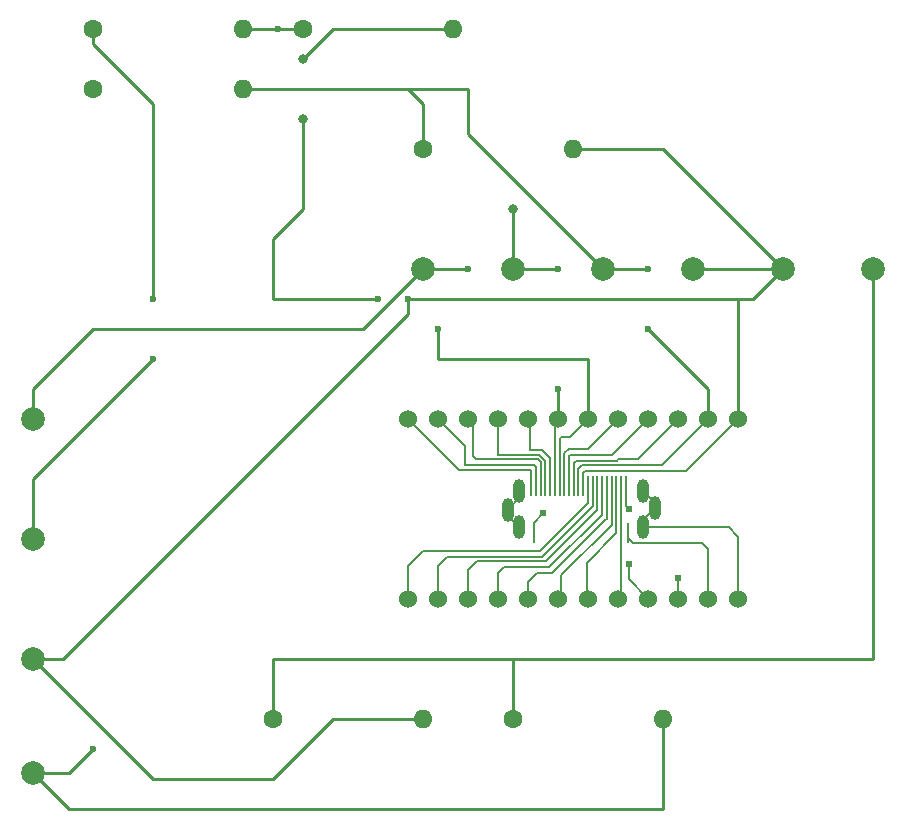
<source format=gbr>
%TF.GenerationSoftware,KiCad,Pcbnew,(7.0.0)*%
%TF.CreationDate,2023-08-10T15:18:18+02:00*%
%TF.ProjectId,JIG_MULTI,4a49475f-4d55-44c5-9449-2e6b69636164,rev?*%
%TF.SameCoordinates,Original*%
%TF.FileFunction,Copper,L1,Top*%
%TF.FilePolarity,Positive*%
%FSLAX46Y46*%
G04 Gerber Fmt 4.6, Leading zero omitted, Abs format (unit mm)*
G04 Created by KiCad (PCBNEW (7.0.0)) date 2023-08-10 15:18:18*
%MOMM*%
%LPD*%
G01*
G04 APERTURE LIST*
%TA.AperFunction,NonConductor*%
%ADD10C,0.250000*%
%TD*%
%TA.AperFunction,ComponentPad*%
%ADD11C,1.600000*%
%TD*%
%TA.AperFunction,ComponentPad*%
%ADD12O,1.600000X1.600000*%
%TD*%
%TA.AperFunction,SMDPad,CuDef*%
%ADD13C,2.000000*%
%TD*%
%TA.AperFunction,ComponentPad*%
%ADD14C,1.524000*%
%TD*%
%TA.AperFunction,SMDPad,CuDef*%
%ADD15R,0.200000X1.800000*%
%TD*%
%TA.AperFunction,ComponentPad*%
%ADD16O,1.000000X2.000000*%
%TD*%
%TA.AperFunction,ViaPad*%
%ADD17C,0.600000*%
%TD*%
%TA.AperFunction,ViaPad*%
%ADD18C,0.610000*%
%TD*%
%TA.AperFunction,ViaPad*%
%ADD19C,0.800000*%
%TD*%
%TA.AperFunction,Conductor*%
%ADD20C,0.250000*%
%TD*%
%TA.AperFunction,Conductor*%
%ADD21C,0.150000*%
%TD*%
G04 APERTURE END LIST*
D10*
X58420000Y-93980000D02*
X58420000Y-99060000D01*
X109220000Y-93980000D02*
X58420000Y-93980000D01*
X109220000Y-60960000D02*
X109220000Y-93980000D01*
D11*
%TO.P,R6,1*%
%TO.N,N/C*%
X78740000Y-99060000D03*
D12*
%TO.P,R6,2*%
X91439999Y-99059999D03*
%TD*%
D11*
%TO.P,R5,1*%
%TO.N,N/C*%
X58420000Y-99060000D03*
D12*
%TO.P,R5,2*%
X71119999Y-99059999D03*
%TD*%
D13*
%TO.P,ID,9*%
%TO.N,N/C*%
X109220000Y-60960000D03*
%TD*%
%TO.P,,4*%
%TO.N,N/C*%
X38100000Y-103637944D03*
%TD*%
%TO.P,,3*%
%TO.N,N/C*%
X38100000Y-93980000D03*
%TD*%
%TO.P,,2*%
%TO.N,N/C*%
X38100000Y-83820000D03*
%TD*%
%TO.P,,1*%
%TO.N,N/C*%
X38100000Y-73660000D03*
%TD*%
D14*
%TO.P,U2,1*%
%TO.N,N/C*%
X69850000Y-73660000D03*
%TO.P,U2,2*%
X72390000Y-73660000D03*
%TO.P,U2,3*%
X74930000Y-73660000D03*
%TO.P,U2,4*%
X77470000Y-73660000D03*
%TO.P,U2,5*%
X80010000Y-73660000D03*
%TO.P,U2,6*%
X82550000Y-73660000D03*
%TO.P,U2,7*%
X85090000Y-73660000D03*
%TO.P,U2,8*%
X87630000Y-73660000D03*
%TO.P,U2,9*%
X90170000Y-73660000D03*
%TO.P,U2,10*%
X92710000Y-73660000D03*
%TO.P,U2,11*%
X95250000Y-73660000D03*
%TO.P,U2,12*%
X97790000Y-73660000D03*
%TD*%
D15*
%TO.P,U1,1*%
%TO.N,N/C*%
X80247999Y-79355999D03*
%TO.P,U1,2*%
X80647999Y-79355999D03*
%TO.P,U1,3*%
X81047999Y-79355999D03*
%TO.P,U1,4*%
X81447999Y-79355999D03*
%TO.P,U1,5*%
X81847999Y-79355999D03*
%TO.P,U1,6*%
X82247999Y-79355999D03*
%TO.P,U1,7*%
X82647999Y-79355999D03*
%TO.P,U1,8*%
X83047999Y-79355999D03*
%TO.P,U1,9*%
X83447999Y-79355999D03*
%TO.P,U1,10*%
X83847999Y-79355999D03*
%TO.P,U1,11*%
X84247999Y-79355999D03*
%TO.P,U1,12*%
X84647999Y-79355999D03*
%TO.P,U1,13*%
X85047999Y-79355999D03*
%TO.P,U1,14*%
X85447999Y-79355999D03*
%TO.P,U1,15*%
X85847999Y-79355999D03*
%TO.P,U1,16*%
X86247999Y-79355999D03*
%TO.P,U1,17*%
X86647999Y-79355999D03*
%TO.P,U1,18*%
X87047999Y-79355999D03*
%TO.P,U1,19*%
X87447999Y-79355999D03*
%TO.P,U1,20*%
X87847999Y-79355999D03*
%TO.P,U1,21*%
X88247999Y-79355999D03*
%TO.P,U1,22*%
X80447999Y-83355999D03*
%TO.P,U1,23*%
X88447999Y-83355999D03*
D16*
%TO.P,U1,24*%
X79247999Y-79755999D03*
%TO.P,U1,25*%
X79247999Y-82855999D03*
%TO.P,U1,26*%
X78247999Y-81355999D03*
%TO.P,U1,27*%
X89747999Y-82855999D03*
%TO.P,U1,28*%
X89747999Y-79755999D03*
%TO.P,U1,29*%
X90747999Y-81255999D03*
%TD*%
D14*
%TO.P,U3,1*%
%TO.N,N/C*%
X69850000Y-88900000D03*
%TO.P,U3,2*%
X72390000Y-88900000D03*
%TO.P,U3,3*%
X74930000Y-88900000D03*
%TO.P,U3,4*%
X77470000Y-88900000D03*
%TO.P,U3,5*%
X80010000Y-88900000D03*
%TO.P,U3,6*%
X82550000Y-88900000D03*
%TO.P,U3,7*%
X85090000Y-88900000D03*
%TO.P,U3,8*%
X87630000Y-88900000D03*
%TO.P,U3,9*%
X90170000Y-88900000D03*
%TO.P,U3,10*%
X92710000Y-88900000D03*
%TO.P,U3,11*%
X95250000Y-88900000D03*
%TO.P,U3,12*%
X97790000Y-88900000D03*
%TD*%
D13*
%TO.P,UDC7/D-,5*%
%TO.N,N/C*%
X71120000Y-60960000D03*
%TD*%
D11*
%TO.P,R3,1*%
%TO.N,N/C*%
X60960000Y-40640000D03*
D12*
%TO.P,R3,2*%
X73659999Y-40639999D03*
%TD*%
D13*
%TO.P,UDC 12,8*%
%TO.N,N/C*%
X93980000Y-60960000D03*
%TD*%
%TO.P,UDC 11,7*%
%TO.N,N/C*%
X86360000Y-60960000D03*
%TD*%
%TO.P,UDC6/D+,6*%
%TO.N,N/C*%
X78740000Y-60960000D03*
%TD*%
%TO.P,UDC 3/GND,9*%
%TO.N,N/C*%
X101600000Y-60960000D03*
%TD*%
D11*
%TO.P,R4,1*%
%TO.N,N/C*%
X71120000Y-50800000D03*
D12*
%TO.P,R4,2*%
X83819999Y-50799999D03*
%TD*%
%TO.P,R2,2*%
%TO.N,N/C*%
X55879999Y-45719999D03*
D11*
%TO.P,R2,1*%
X43180000Y-45720000D03*
%TD*%
%TO.P,R1,1*%
%TO.N,N/C*%
X43180000Y-40640000D03*
D12*
%TO.P,R1,2*%
X55879999Y-40639999D03*
%TD*%
D17*
%TO.N,*%
X43180000Y-101600000D03*
X48260000Y-68580000D03*
X48260000Y-63500000D03*
X90170000Y-66040000D03*
X74930000Y-60960000D03*
X72390000Y-66040000D03*
X90170000Y-60960000D03*
X82550000Y-71120000D03*
X82550000Y-60960000D03*
X69850000Y-63500000D03*
X67310000Y-63500000D03*
X58810000Y-40640000D03*
D18*
X88519000Y-81280000D03*
X92710000Y-87122000D03*
X81280000Y-81661000D03*
X88519000Y-85979000D03*
D19*
X60960000Y-48260000D03*
X60960000Y-43180000D03*
X60960000Y-43180000D03*
X60960000Y-48260000D03*
X78740000Y-55880000D03*
%TD*%
D20*
%TO.N,*%
X41142056Y-106680000D02*
X38100000Y-103637944D01*
X91440000Y-106680000D02*
X41142056Y-106680000D01*
X91440000Y-99060000D02*
X91440000Y-106680000D01*
X48260000Y-104140000D02*
X38100000Y-93980000D01*
X63500000Y-99060000D02*
X58420000Y-104140000D01*
X71120000Y-99060000D02*
X63500000Y-99060000D01*
X58420000Y-104140000D02*
X48260000Y-104140000D01*
X78740000Y-99060000D02*
X78740000Y-93980000D01*
X58420000Y-58420000D02*
X60960000Y-55880000D01*
X58420000Y-63500000D02*
X58420000Y-58420000D01*
X41142056Y-103637944D02*
X38100000Y-103637944D01*
X43180000Y-101600000D02*
X41142056Y-103637944D01*
X40640000Y-93980000D02*
X38100000Y-93980000D01*
X69850000Y-64770000D02*
X40640000Y-93980000D01*
X69850000Y-63500000D02*
X69850000Y-64770000D01*
X38100000Y-78740000D02*
X38100000Y-83820000D01*
X48260000Y-68580000D02*
X38100000Y-78740000D01*
X48260000Y-58420000D02*
X48260000Y-46990000D01*
X48260000Y-60960000D02*
X48260000Y-58420000D01*
X48260000Y-58420000D02*
X48260000Y-63500000D01*
X38100000Y-71120000D02*
X38100000Y-73660000D01*
X43180000Y-66040000D02*
X38100000Y-71120000D01*
X43180000Y-66040000D02*
X66040000Y-66040000D01*
X97790000Y-63500000D02*
X97790000Y-73660000D01*
X97790000Y-63500000D02*
X99060000Y-63500000D01*
X69850000Y-63500000D02*
X97790000Y-63500000D01*
X90170000Y-66040000D02*
X95250000Y-71120000D01*
X95250000Y-71120000D02*
X95250000Y-73660000D01*
X71120000Y-60960000D02*
X74930000Y-60960000D01*
X72390000Y-68580000D02*
X72390000Y-66040000D01*
X85090000Y-68580000D02*
X72390000Y-68580000D01*
X85090000Y-73660000D02*
X85090000Y-68580000D01*
X86360000Y-60960000D02*
X90170000Y-60960000D01*
X86360000Y-60960000D02*
X87630000Y-60960000D01*
X82550000Y-71120000D02*
X82550000Y-73660000D01*
X78740000Y-60960000D02*
X82550000Y-60960000D01*
X91440000Y-50800000D02*
X101600000Y-60960000D01*
X83820000Y-50800000D02*
X91440000Y-50800000D01*
X74930000Y-49530000D02*
X74930000Y-45720000D01*
X86360000Y-60960000D02*
X74930000Y-49530000D01*
X71120000Y-46990000D02*
X71120000Y-50800000D01*
X69850000Y-45720000D02*
X71120000Y-46990000D01*
X69850000Y-45720000D02*
X74930000Y-45720000D01*
X68580000Y-45720000D02*
X69850000Y-45720000D01*
X99060000Y-63500000D02*
X101600000Y-60960000D01*
X58420000Y-63500000D02*
X67310000Y-63500000D01*
X66040000Y-66040000D02*
X71120000Y-60960000D01*
X63500000Y-40640000D02*
X73660000Y-40640000D01*
X60960000Y-43180000D02*
X63500000Y-40640000D01*
X59690000Y-40640000D02*
X60960000Y-40640000D01*
X55880000Y-40640000D02*
X59690000Y-40640000D01*
X43180000Y-41910000D02*
X43180000Y-40640000D01*
X48260000Y-46990000D02*
X43180000Y-41910000D01*
D21*
X82248000Y-79356000D02*
X82248000Y-73962000D01*
X75565000Y-77089000D02*
X75311000Y-76835000D01*
X84648000Y-79356000D02*
X84648000Y-78293000D01*
X77470000Y-76708000D02*
X77470000Y-73660000D01*
X85048000Y-80814000D02*
X81026000Y-84836000D01*
X74168000Y-77978000D02*
X69850000Y-73660000D01*
X81448000Y-77216000D02*
X81407000Y-77216000D01*
X74676000Y-75946000D02*
X72390000Y-73660000D01*
X83566000Y-76708000D02*
X87122000Y-76708000D01*
X85048000Y-79356000D02*
X85048000Y-80814000D01*
X71120000Y-84836000D02*
X69850000Y-86106000D01*
X80248000Y-77978000D02*
X74168000Y-77978000D01*
X81448000Y-79356000D02*
X81448000Y-77216000D01*
X80137000Y-76327000D02*
X80137000Y-73787000D01*
X83848000Y-79356000D02*
X83848000Y-77442000D01*
X80521000Y-77597000D02*
X74676000Y-77597000D01*
X82648000Y-79356000D02*
X82648000Y-75340000D01*
X87122000Y-76708000D02*
X90170000Y-73660000D01*
X84248000Y-77931000D02*
X84582000Y-77597000D01*
X88448000Y-83749000D02*
X88900000Y-84201000D01*
X84074000Y-77216000D02*
X87503000Y-77216000D01*
X87503000Y-77216000D02*
X87630000Y-77089000D01*
X75311000Y-76835000D02*
X75311000Y-74041000D01*
X80648000Y-79356000D02*
X80648000Y-77724000D01*
X74676000Y-77597000D02*
X74676000Y-75946000D01*
X75311000Y-74041000D02*
X74930000Y-73660000D01*
X81407000Y-77216000D02*
X80899000Y-76708000D01*
X88448000Y-83356000D02*
X88448000Y-83749000D01*
X80899000Y-76708000D02*
X77470000Y-76708000D01*
X87630000Y-77089000D02*
X89281000Y-77089000D01*
X89281000Y-77089000D02*
X92710000Y-73660000D01*
X84836000Y-78105000D02*
X93345000Y-78105000D01*
X80648000Y-77724000D02*
X80521000Y-77597000D01*
X81048000Y-77343000D02*
X80794000Y-77089000D01*
X94742000Y-84201000D02*
X95250000Y-84709000D01*
X81048000Y-79356000D02*
X81048000Y-77343000D01*
X83566000Y-75184000D02*
X85090000Y-73660000D01*
X80794000Y-77089000D02*
X75565000Y-77089000D01*
X83848000Y-77442000D02*
X84074000Y-77216000D01*
X84582000Y-77597000D02*
X91313000Y-77597000D01*
X84248000Y-79356000D02*
X84248000Y-77931000D01*
X81153000Y-76327000D02*
X80137000Y-76327000D01*
X82648000Y-75340000D02*
X82804000Y-75184000D01*
X81848000Y-79356000D02*
X81848000Y-77022000D01*
X83048000Y-79356000D02*
X83048000Y-76591000D01*
X83448000Y-79356000D02*
X83448000Y-76826000D01*
X91313000Y-77597000D02*
X95250000Y-73660000D01*
X80137000Y-73787000D02*
X80010000Y-73660000D01*
X82248000Y-73962000D02*
X82550000Y-73660000D01*
X84648000Y-78293000D02*
X84836000Y-78105000D01*
X93345000Y-78105000D02*
X97790000Y-73660000D01*
X95250000Y-84709000D02*
X95250000Y-88900000D01*
X85090000Y-76200000D02*
X87630000Y-73660000D01*
X83439000Y-76200000D02*
X85090000Y-76200000D01*
X82804000Y-75184000D02*
X83566000Y-75184000D01*
X83448000Y-76826000D02*
X83566000Y-76708000D01*
X83048000Y-76591000D02*
X83439000Y-76200000D01*
X80248000Y-79356000D02*
X80248000Y-77978000D01*
X88900000Y-84201000D02*
X94742000Y-84201000D01*
X81848000Y-77022000D02*
X81153000Y-76327000D01*
X87048000Y-79356000D02*
X87048000Y-82624000D01*
X90748000Y-80756000D02*
X90748000Y-81256000D01*
X72390000Y-86106000D02*
X72390000Y-88900000D01*
X89748000Y-79756000D02*
X90748000Y-80756000D01*
X81153000Y-85344000D02*
X73152000Y-85344000D01*
X89748000Y-82256000D02*
X89748000Y-82856000D01*
X81534000Y-85725000D02*
X75692000Y-85725000D01*
X86614000Y-82169000D02*
X82042000Y-86741000D01*
X82804000Y-88646000D02*
X82550000Y-88900000D01*
X85848000Y-81411000D02*
X81534000Y-85725000D01*
X81026000Y-84836000D02*
X71120000Y-84836000D01*
X69850000Y-86106000D02*
X69850000Y-88900000D01*
X75692000Y-85725000D02*
X74930000Y-86487000D01*
X81788000Y-86233000D02*
X77978000Y-86233000D01*
X79248000Y-80356000D02*
X79248000Y-79756000D01*
X74930000Y-86487000D02*
X74930000Y-88900000D01*
X85448000Y-81049000D02*
X81153000Y-85344000D01*
X85448000Y-79356000D02*
X85448000Y-81049000D01*
X73152000Y-85344000D02*
X72390000Y-86106000D01*
X77978000Y-86233000D02*
X77470000Y-86741000D01*
X85848000Y-79356000D02*
X85848000Y-81411000D01*
X86233000Y-81788000D02*
X81788000Y-86233000D01*
X86248000Y-79357000D02*
X86233000Y-81788000D01*
X77470000Y-86741000D02*
X77470000Y-88900000D01*
X82804000Y-86868000D02*
X82804000Y-88646000D01*
X79248000Y-82856000D02*
X78248000Y-81856000D01*
X78248000Y-81356000D02*
X79248000Y-80356000D01*
X80448000Y-83356000D02*
X80448000Y-82493000D01*
X80772000Y-86741000D02*
X80010000Y-87503000D01*
X86648000Y-82169000D02*
X86614000Y-82169000D01*
X82042000Y-86741000D02*
X80772000Y-86741000D01*
X80010000Y-87503000D02*
X80010000Y-88900000D01*
X84963000Y-85852000D02*
X84963000Y-88773000D01*
X92710000Y-87122000D02*
X92710000Y-88900000D01*
X86648000Y-79356000D02*
X86648000Y-82169000D01*
X87048000Y-82624000D02*
X82804000Y-86868000D01*
X87448000Y-79356000D02*
X87448000Y-83367000D01*
X84963000Y-88773000D02*
X85090000Y-88900000D01*
X87848000Y-88682000D02*
X87630000Y-88900000D01*
X87448000Y-83367000D02*
X84963000Y-85852000D01*
X88519000Y-85979000D02*
X88519000Y-87249000D01*
X90748000Y-81256000D02*
X89748000Y-82256000D01*
X89748000Y-82856000D02*
X96953000Y-82856000D01*
X78248000Y-81856000D02*
X78248000Y-81356000D01*
X97790000Y-83693000D02*
X97790000Y-88900000D01*
X87848000Y-79356000D02*
X87848000Y-88682000D01*
X88519000Y-87249000D02*
X90170000Y-88900000D01*
X88248000Y-81009000D02*
X88519000Y-81280000D01*
X88248000Y-79356000D02*
X88248000Y-81009000D01*
X80448000Y-82493000D02*
X81280000Y-81661000D01*
X96953000Y-82856000D02*
X97790000Y-83693000D01*
D20*
X60960000Y-55880000D02*
X60960000Y-48260000D01*
X93980000Y-60960000D02*
X101600000Y-60960000D01*
X78740000Y-55880000D02*
X78740000Y-60960000D01*
X68580000Y-63500000D02*
X71120000Y-60960000D01*
X55880000Y-45720000D02*
X68580000Y-45720000D01*
%TD*%
M02*

</source>
